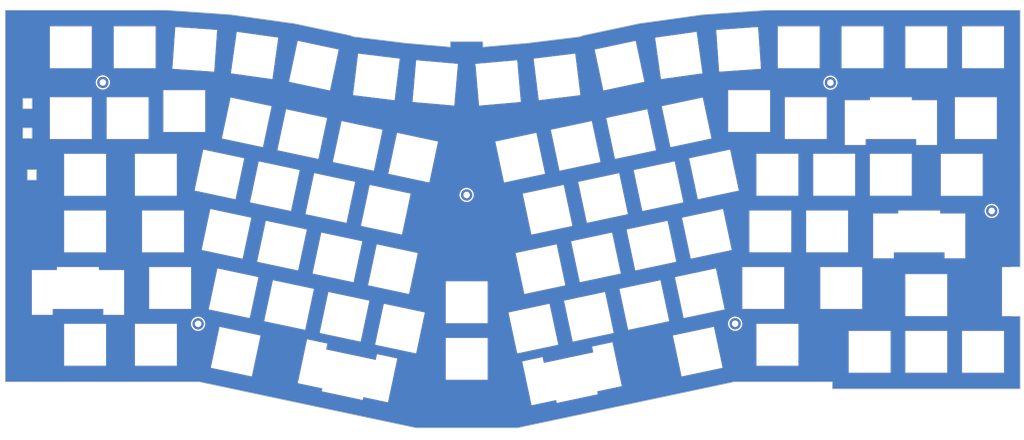
<source format=kicad_pcb>
(kicad_pcb (version 20221018) (generator pcbnew)
  (layers (0 "F.Cu" signal) (31 "B.Cu" signal) (34 "B.Paste" user) (35 "F.Paste" user) (36 "B.SilkS" user "B.Silkscreen") (37 "F.SilkS" user "F.Silkscreen") (38 "B.Mask" user) (39 "F.Mask" user) (44 "Edge.Cuts" user))
  (net 0 "")
  (net 1 "+3V3")
  (net 2 "GND")
  (footprint "Keyboard:MountingHole_2.2mm_M2_Pad" (layer "F.Cu") (at 470.866285 186.384803)
    (fp_text reference "MountTopMiddle6")
    (fp_text value "MountingHole")
    (pad "1" thru_hole circle (at 0 0) (size 3.8 3.8) (drill 2.2) (layers "*.Cu" "*.Mask"))
  )
  (footprint "Keyboard:MountingHole_2.2mm_M2_Pad" (layer "F.Cu") (at 384.676285 224.324803)
    (fp_text reference "MountTopMiddle4")
    (fp_text value "MountingHole")
    (pad "1" thru_hole circle (at 0 0) (size 3.8 3.8) (drill 2.2) (layers "*.Cu" "*.Mask"))
  )
  (footprint "Keyboard:MountingHole_2.2mm_M2_Pad" (layer "F.Cu") (at 172.256285 143.174803)
    (fp_text reference "MountTopMiddle1")
    (fp_text value "MountingHole")
    (pad "1" thru_hole circle (at 0 0) (size 3.8 3.8) (drill 2.2) (layers "*.Cu" "*.Mask"))
  )
  (footprint "Keyboard:MountingHole_2.2mm_M2_Pad" (layer "F.Cu") (at 294.475 181.015)
    (fp_text reference "MountTopMiddle3" hide)
    (fp_text value "MountingHole")
    (pad "1" thru_hole circle (at 0 0) (size 3.8 3.8) (drill 2.2) (layers "*.Cu" "*.Mask"))
  )
  (footprint "Keyboard:MountingHole_2.2mm_M2_Pad" (layer "F.Cu") (at 416.676285 143.254803)
    (fp_text reference "MountTopMiddle5")
    (fp_text value "MountingHole")
    (pad "1" thru_hole circle (at 0 0) (size 3.8 3.8) (drill 2.2) (layers "*.Cu" "*.Mask"))
  )
  (footprint "Keyboard:MountingHole_2.2mm_M2_Pad" (layer "F.Cu") (at 204.266285 224.354803)
    (fp_text reference "MountTopMiddle2")
    (fp_text value "MountingHole")
    (pad "1" thru_hole circle (at 0 0) (size 3.8 3.8) (drill 2.2) (layers "*.Cu" "*.Mask"))
  )
  (gr_line (start 455.939785 124.314803) (end 455.939785 138.414803) (stroke (width 0.05)) (layer "Edge.Cuts"))
  (gr_line (start 275.682549 180.569324) (end 272.750994 194.361205) (stroke (width 0.05)) (layer "Edge.Cuts"))
  (gr_line (start 263.721613 231.393151) (end 266.653168 217.601269) (stroke (width 0.05)) (layer "Edge.Cuts"))
  (gr_line (start 254.117194 190.400505) (end 240.325313 187.468951) (stroke (width 0.05)) (layer "Edge.Cuts"))
  (gr_line (start 417.319751 243.907303) (end 417.319751 246.288553) (stroke (width 0.25)) (layer "Edge.Cuts"))
  (gr_line (start 367.367706 222.444567) (end 364.436151 208.652686) (stroke (width 0.05)) (layer "Edge.Cuts"))
  (gr_line (start 203.057913 179.547451) (end 205.989468 165.755569) (stroke (width 0.05)) (layer "Edge.Cuts"))
  (gr_line (start 280.445049 220.532824) (end 277.513494 234.324705) (stroke (width 0.05)) (layer "Edge.Cuts"))
  (gr_line (start 281.944394 176.839705) (end 268.152513 173.908151) (stroke (width 0.05)) (layer "Edge.Cuts"))
  (gr_line (start 369.198651 168.689286) (end 382.990533 165.757731) (stroke (width 0.05)) (layer "Edge.Cuts"))
  (gr_line (start 145.43 158.545) (end 148.43 158.545) (stroke (width 0.25)) (layer "Edge.Cuts"))
  (gr_line (start 319.984414 235.537265) (end 313.137381 236.992647) (stroke (width 0.05)) (layer "Edge.Cuts"))
  (gr_line (start 358.094887 165.988812) (end 344.303006 168.920367) (stroke (width 0.05)) (layer "Edge.Cuts"))
  (gr_line (start 264.271868 197.619469) (end 278.063749 200.551024) (stroke (width 0.05)) (layer "Edge.Cuts"))
  (gr_line (start 148.43 158.545) (end 148.43 161.935) (stroke (width 0.25)) (layer "Edge.Cuts"))
  (gr_line (start 190.002585 124.314803) (end 190.002585 138.414803) (stroke (width 0.05)) (layer "Edge.Cuts"))
  (gr_line (start 373.797033 148.236231) (end 376.728587 162.028112) (stroke (width 0.05)) (layer "Edge.Cuts"))
  (gr_line (start 327.089433 177.639831) (end 330.020987 191.431712) (stroke (width 0.05)) (layer "Edge.Cuts"))
  (gr_line (start 420.408485 124.314803) (end 434.508485 124.314803) (stroke (width 0.05)) (layer "Edge.Cuts"))
  (gr_line (start 278.063749 200.551024) (end 275.132194 214.342905) (stroke (width 0.05)) (layer "Edge.Cuts"))
  (gr_line (start 183.046285 167.177303) (end 197.146285 167.177303) (stroke (width 0.05)) (layer "Edge.Cuts"))
  (gr_line (start 415.458485 148.127303) (end 415.458485 162.227303) (stroke (width 0.05)) (layer "Edge.Cuts"))
  (gr_line (start 197.155085 238.437303) (end 183.055085 238.437303) (stroke (width 0.05)) (layer "Edge.Cuts"))
  (gr_line (start 199.527585 186.227303) (end 199.527585 200.327303) (stroke (width 0.05)) (layer "Edge.Cuts"))
  (gr_line (start 146.95 172.545) (end 149.95 172.545) (stroke (width 0.25)) (layer "Edge.Cuts"))
  (gr_line (start 256.498494 210.382205) (end 242.706613 207.450651) (stroke (width 0.05)) (layer "Edge.Cuts"))
  (gr_line (start 201.908785 219.377303) (end 187.808785 219.377303) (stroke (width 0.05)) (layer "Edge.Cuts"))
  (gr_line (start 190.002585 138.414803) (end 175.902585 138.414803) (stroke (width 0.05)) (layer "Edge.Cuts"))
  (gr_line (start 455.939785 221.758503) (end 441.839785 221.758503) (stroke (width 0.05)) (layer "Edge.Cuts"))
  (gr_line (start 272.004857 135.172867) (end 270.2865 149.167768) (stroke (width 0.05)) (layer "Edge.Cuts"))
  (gr_line (start 444.033485 167.177303) (end 444.033485 181.277303) (stroke (width 0.05)) (layer "Edge.Cuts"))
  (gr_line (start 145.45 148.57) (end 148.45 148.57) (stroke (width 0.25)) (layer "Edge.Cuts"))
  (gr_line (start 313.137381 236.992647) (end 316.276848 251.762676) (stroke (width 0.05)) (layer "Edge.Cuts"))
  (gr_line (start 277.513494 234.324705) (end 263.721613 231.393151) (stroke (width 0.05)) (layer "Edge.Cuts"))
  (gr_line (start 261.811249 216.572124) (end 258.879694 230.364005) (stroke (width 0.05)) (layer "Edge.Cuts"))
  (gr_line (start 211.456161 225.35456) (end 225.248043 228.286115) (stroke (width 0.05)) (layer "Edge.Cuts"))
  (gr_line (start 467.853485 167.187303) (end 467.853485 181.287303) (stroke (width 0.05)) (layer "Edge.Cuts"))
  (gr_line (start 444.033485 181.277303) (end 429.933485 181.277303) (stroke (width 0.05)) (layer "Edge.Cuts"))
  (gr_line (start 222.162649 188.668924) (end 219.231094 202.460805) (stroke (width 0.05)) (layer "Edge.Cuts"))
  (gr_line (start 438.013535 202.332303) (end 431.013535 202.332303) (stroke (width 0.05)) (layer "Edge.Cuts"))
  (gr_line (start 268.054602 250.77247) (end 259.789255 249.015616) (stroke (width 0.05)) (layer "Edge.Cuts"))
  (gr_line (start 270.2865 149.167768) (end 256.291599 147.44941) (stroke (width 0.05)) (layer "Edge.Cuts"))
  (gr_line (start 441.839785 221.758503) (end 441.839785 207.658503) (stroke (width 0.05)) (layer "Edge.Cuts"))
  (gr_line (start 206.671285 145.746003) (end 206.671285 159.846003) (stroke (width 0.05)) (layer "Edge.Cuts"))
  (gr_line (start 284.875949 163.047824) (end 281.944394 176.839705) (stroke (width 0.05)) (layer "Edge.Cuts"))
  (gr_line (start 351.266033 129.172831) (end 354.197587 142.964712) (stroke (width 0.05)) (layer "Edge.Cuts"))
  (gr_line (start 441.839785 240.808503) (end 441.839785 226.708503) (stroke (width 0.05)) (layer "Edge.Cuts"))
  (gr_line (start 444.038485 148.132303) (end 444.038485 149.132303) (stroke (width 0.05)) (layer "Edge.Cuts"))
  (gr_line (start 327.639687 211.413512) (end 313.847806 214.345067) (stroke (width 0.05)) (layer "Edge.Cuts"))
  (gr_line (start 420.408485 138.414803) (end 420.408485 124.314803) (stroke (width 0.05)) (layer "Edge.Cuts"))
  (gr_line (start 429.938485 148.132303) (end 444.038485 148.132303) (stroke (width 0.05)) (layer "Edge.Cuts"))
  (gr_line (start 474.319751 221.772928) (end 477.469751 221.772928) (stroke (width 0.05)) (layer "Edge.Cuts"))
  (gr_line (start 380.472539 239.144885) (end 366.680658 242.076439) (stroke (width 0.05)) (layer "Edge.Cuts"))
  (gr_line (start 343.892187 227.434512) (end 330.100306 230.366067) (stroke (width 0.05)) (layer "Edge.Cuts"))
  (gr_line (start 319.984414 235.537265) (end 320.400238 237.49356) (stroke (width 0.05)) (layer "Edge.Cuts"))
  (gr_line (start 275.132194 214.342905) (end 261.340313 211.411351) (stroke (width 0.05)) (layer "Edge.Cuts"))
  (gr_line (start 148.45 148.57) (end 148.45 151.96) (stroke (width 0.25)) (layer "Edge.Cuts"))
  (gr_line (start 415.458485 162.227303) (end 401.358485 162.227303) (stroke (width 0.05)) (layer "Edge.Cuts"))
  (gr_line (start 148.45 151.96) (end 145.45 151.96) (stroke (width 0.25)) (layer "Edge.Cuts"))
  (gr_line (start 455.939785 240.808503) (end 441.839785 240.808503) (stroke (width 0.05)) (layer "Edge.Cuts"))
  (gr_line (start 266.242249 159.087124) (end 263.310694 172.879005) (stroke (width 0.05)) (layer "Edge.Cuts"))
  (gr_line (start 139.476285 243.907303) (end 204.613333 243.907303) (stroke (width 0.25)) (layer "Edge.Cuts"))
  (gr_line (start 337.474151 132.104386) (end 351.266033 129.172831) (stroke (width 0.05)) (layer "Edge.Cuts"))
  (gr_line (start 149.95 172.545) (end 149.95 175.935) (stroke (width 0.25)) (layer "Edge.Cuts"))
  (gr_line (start 413.270985 219.387303) (end 413.270985 205.287303) (stroke (width 0.05)) (layer "Edge.Cuts"))
  (gr_line (start 224.543849 208.650624) (end 221.612294 222.442505) (stroke (width 0.05)) (layer "Edge.Cuts"))
  (gr_line (start 446.513535 200.332303) (end 438.013535 200.332303) (stroke (width 0.05)) (layer "Edge.Cuts"))
  (gr_line (start 474.989785 226.708503) (end 474.989785 240.808503) (stroke (width 0.05)) (layer "Edge.Cuts"))
  (gr_line (start 439.463535 186.232303) (end 439.463535 187.232303) (stroke (width 0.05)) (layer "Edge.Cuts"))
  (gr_line (start 258.879694 230.364005) (end 245.087813 227.432451) (stroke (width 0.05)) (layer "Edge.Cuts"))
  (gr_line (start 373.529254 120.374991) (end 354.58916 123.036847) (stroke (width 0.25)) (layer "Edge.Cuts"))
  (gr_line (start 366.817351 188.670986) (end 380.609233 185.739431) (stroke (width 0.05)) (layer "Edge.Cuts"))
  (gr_line (start 343.459957 230.547384) (end 346.599423 245.317413) (stroke (width 0.05)) (layer "Edge.Cuts"))
  (gr_line (start 261.340313 211.411351) (end 264.271868 197.619469) (stroke (width 0.05)) (layer "Edge.Cuts"))
  (gr_line (start 298.649657 150.975474) (end 297.420761 136.929129) (stroke (width 0.05)) (layer "Edge.Cuts"))
  (gr_line (start 255.616957 234.736105) (end 263.931212 236.503355) (stroke (width 0.05)) (layer "Edge.Cuts"))
  (gr_line (start 333.729291 127.308199) (end 332.439451 127.764227) (stroke (width 0.25)) (layer "Edge.Cuts"))
  (gr_line (start 264.347035 234.547059) (end 271.194068 236.002441) (stroke (width 0.05)) (layer "Edge.Cuts"))
  (gr_line (start 322.326933 217.603331) (end 325.258487 231.395212) (stroke (width 0.05)) (layer "Edge.Cuts"))
  (gr_line (start 192.571285 159.846003) (end 192.571285 145.746003) (stroke (width 0.05)) (layer "Edge.Cuts"))
  (gr_line (start 393.360286 138.593875) (end 379.294633 139.577441) (stroke (width 0.05)) (layer "Edge.Cuts"))
  (gr_line (start 436.988485 162.232303) (end 445.488485 162.232303) (stroke (width 0.05)) (layer "Edge.Cuts"))
  (gr_line (start 384.376454 243.907303) (end 417.319751 243.907303) (stroke (width 0.25)) (layer "Edge.Cuts"))
  (gr_line (start 256.291599 147.44941) (end 258.009957 133.454509) (stroke (width 0.05)) (layer "Edge.Cuts"))
  (gr_line (start 216.849794 182.479005) (end 203.057913 179.547451) (stroke (width 0.05)) (layer "Edge.Cuts"))
  (gr_line (start 343.341833 193.660831) (end 346.273387 207.452712) (stroke (width 0.05)) (layer "Edge.Cuts"))
  (gr_line (start 474.989785 240.808503) (end 460.889785 240.808503) (stroke (width 0.05)) (layer "Edge.Cuts"))
  (gr_line (start 274.950872 130.023528) (end 256.550336 127.764227) (stroke (width 0.25)) (layer "Edge.Cuts"))
  (gr_line (start 173.342585 224.337303) (end 173.342585 238.437303) (stroke (width 0.05)) (layer "Edge.Cuts"))
  (gr_line (start 328.714492 235.726311) (end 320.400238 237.49356) (stroke (width 0.05)) (layer "Edge.Cuts"))
  (gr_line (start 405.942285 224.337303) (end 405.942285 238.437303) (stroke (width 0.05)) (layer "Edge.Cuts"))
  (gr_line (start 194.454149 118.893864) (end 192.520589 118.844803) (stroke (width 0.25)) (layer "Edge.Cuts"))
  (gr_line (start 183.055085 224.337303) (end 197.155085 224.337303) (stroke (width 0.05)) (layer "Edge.Cuts"))
  (gr_line (start 413.077285 124.314803) (end 413.077285 138.414803) (stroke (width 0.05)) (layer "Edge.Cuts"))
  (gr_line (start 175.902585 138.414803) (end 175.902585 124.314803) (stroke (width 0.05)) (layer "Edge.Cuts"))
  (gr_line (start 436.889785 226.708503) (end 436.889785 240.808503) (stroke (width 0.05)) (layer "Edge.Cuts"))
  (gr_line (start 396.408485 145.746003) (end 396.408485 159.846003) (stroke (width 0.05)) (layer "Edge.Cuts"))
  (gr_line (start 197.155085 224.337303) (end 197.155085 238.437303) (stroke (width 0.05)) (layer "Edge.Cuts"))
  (gr_line (start 192.571285 145.746003) (end 206.671285 145.746003) (stroke (width 0.05)) (layer "Edge.Cuts"))
  (gr_line (start 401.170985 205.277303) (end 401.170985 219.377303) (stroke (width 0.05)) (layer "Edge.Cuts"))
  (gr_line (start 217.23959 126.148823) (end 231.202369 128.111163) (stroke (width 0.05)) (layer "Edge.Cuts"))
  (gr_line (start 382.308485 145.746003) (end 396.408485 145.746003) (stroke (width 0.05)) (layer "Edge.Cuts"))
  (gr_line (start 256.550336 127.764227) (end 255.260495 127.308199) (stroke (width 0.25)) (layer "Edge.Cuts"))
  (gr_line (start 392.37672 124.528221) (end 393.360286 138.593875) (stroke (width 0.05)) (layer "Edge.Cuts"))
  (gr_line (start 206.671285 159.846003) (end 192.571285 159.846003) (stroke (width 0.05)) (layer "Edge.Cuts"))
  (gr_line (start 389.452285 200.327303) (end 389.452285 186.227303) (stroke (width 0.05)) (layer "Edge.Cuts"))
  (gr_line (start 332.481506 210.384267) (end 329.549951 196.592386) (stroke (width 0.05)) (layer "Edge.Cuts"))
  (gr_line (start 401.358485 162.227303) (end 401.358485 148.127303) (stroke (width 0.05)) (layer "Edge.Cuts"))
  (gr_line (start 290.33016 150.97462) (end 276.283815 149.745724) (stroke (width 0.05)) (layer "Edge.Cuts"))
  (gr_line (start 431.013535 202.332303) (end 431.013535 187.232303) (stroke (width 0.05)) (layer "Edge.Cuts"))
  (gr_line (start 474.989785 138.414803) (end 460.889785 138.414803) (stroke (width 0.05)) (layer "Edge.Cuts"))
  (gr_line (start 173.341285 167.187303) (end 173.341285 181.287303) (stroke (width 0.05)) (layer "Edge.Cuts"))
  (gr_line (start 408.502285 186.227303) (end 422.602285 186.227303) (stroke (width 0.05)) (layer "Edge.Cuts"))
  (gr_line (start 352.675743 123.281006) (end 333.729291 127.308199) (stroke (width 0.25)) (layer "Edge.Cuts"))
  (gr_line (start 247.718526 231.012561) (end 247.302703 232.968856) (stroke (width 0.05)) (layer "Edge.Cuts"))
  (gr_line (start 458.508485 162.227303) (end 458.508485 148.127303) (stroke (width 0.05)) (layer "Edge.Cuts"))
  (gr_line (start 172.407535 221.382303) (end 172.407535 219.382303) (stroke (width 0.05)) (layer "Edge.Cuts"))
  (gr_line (start 336.612923 232.002766) (end 343.459957 230.547384) (stroke (width 0.05)) (layer "Edge.Cuts"))
  (gr_line (start 367.288387 183.510312) (end 353.496506 186.441867) (stroke (width 0.05)) (layer "Edge.Cuts"))
  (gr_line (start 474.319751 221.772928) (end 474.319751 205.272928) (stroke (width 0.05)) (layer "Edge.Cuts"))
  (gr_line (start 139.476285 118.844803) (end 139.476285 243.907303) (stroke (width 0.25)) (layer "Edge.Cuts"))
  (gr_line (start 382.308485 159.846003) (end 382.308485 145.746003) (stroke (width 0.05)) (layer "Edge.Cuts"))
  (gr_line (start 234.782413 142.962651) (end 237.713968 129.170769) (stroke (width 0.05)) (layer "Edge.Cuts"))
  (gr_line (start 328.714492 235.726311) (end 337.028747 233.959062) (stroke (width 0.05)) (layer "Edge.Cuts"))
  (gr_line (start 159.240085 200.337303) (end 159.240085 186.237303) (stroke (width 0.05)) (layer "Edge.Cuts"))
  (gr_line (start 334.862806 190.402567) (end 331.931251 176.610686) (stroke (width 0.05)) (layer "Edge.Cuts"))
  (gr_line (start 187.621285 162.227303) (end 173.521285 162.227303) (stroke (width 0.05)) (layer "Edge.Cuts"))
  (gr_line (start 243.177549 212.611324) (end 240.245994 226.403205) (stroke (width 0.05)) (layer "Edge.Cuts"))
  (gr_line (start 351.115206 206.423567) (end 348.183651 192.631686) (stroke (width 0.05)) (layer "Edge.Cuts"))
  (gr_line (start 436.988485 162.232303) (end 428.488485 162.232303) (stroke (width 0.05)) (layer "Edge.Cuts"))
  (gr_line (start 287.439885 224.139803) (end 287.439885 210.039803) (stroke (width 0.05)) (layer "Edge.Cuts"))
  (gr_line (start 428.488485 164.232303) (end 421.488485 164.232303) (stroke (width 0.05)) (layer "Edge.Cuts"))
  (gr_line (start 322.737751 159.089186) (end 336.529633 156.157631) (stroke (width 0.05)) (layer "Edge.Cuts"))
  (gr_line (start 247.608549 155.126424) (end 244.676994 168.918305) (stroke (width 0.05)) (layer "Edge.Cuts"))
  (gr_line (start 219.781349 168.687124) (end 216.849794 182.479005) (stroke (width 0.05)) (layer "Edge.Cuts"))
  (gr_line (start 324.708133 197.621631) (end 327.639687 211.413512) (stroke (width 0.05)) (layer "Edge.Cuts"))
  (gr_line (start 154.471285 138.414803) (end 154.471285 124.314803) (stroke (width 0.05)) (layer "Edge.Cuts"))
  (gr_line (start 379.294633 139.577441) (end 378.311067 125.511788) (stroke (width 0.05)) (layer "Edge.Cuts"))
  (gr_line (start 213.533697 120.228036) (end 194.454149 118.893864) (stroke (width 0.25)) (layer "Edge.Cuts"))
  (gr_line (start 201.908785 205.277303) (end 201.908785 219.377303) (stroke (width 0.05)) (layer "Edge.Cuts"))
  (gr_line (start 226.043294 164.957605) (end 212.251413 162.026051) (stroke (width 0.05)) (layer "Edge.Cuts"))
  (gr_line (start 287.439885 210.039803) (end 301.539885 210.039803) (stroke (width 0.05)) (layer "Edge.Cuts"))
  (gr_line (start 163.907535 219.382303) (end 172.407535 219.382303) (stroke (width 0.05)) (layer "Edge.Cuts"))
  (gr_line (start 301.539885 243.189803) (end 287.439885 243.189803) (stroke (width 0.05)) (layer "Edge.Cuts"))
  (gr_line (start 261.890668 177.637769) (end 275.682549 180.569324) (stroke (width 0.05)) (layer "Edge.Cuts"))
  (gr_line (start 301.539885 224.139803) (end 287.439885 224.139803) (stroke (width 0.05)) (layer "Edge.Cuts"))
  (gr_line (start 422.602285 186.227303) (end 422.602285 200.327303) (stroke (width 0.05)) (layer "Edge.Cuts"))
  (gr_line (start 396.408485 159.846003) (end 382.308485 159.846003) (stroke (width 0.05)) (layer "Edge.Cuts"))
  (gr_line (start 353.496506 186.441867) (end 350.564951 172.649986) (stroke (width 0.05)) (layer "Edge.Cuts"))
  (gr_line (start 391.842285 224.337303) (end 405.942285 224.337303) (stroke (width 0.05)) (layer "Edge.Cuts"))
  (gr_line (start 228.974849 151.165724) (end 226.043294 164.957605) (stroke (width 0.05)) (layer "Edge.Cuts"))
  (gr_line (start 398.977285 124.314803) (end 413.077285 124.314803) (stroke (width 0.05)) (layer "Edge.Cuts"))
  (gr_line (start 460.889785 240.808503) (end 460.889785 226.708503) (stroke (width 0.05)) (layer "Edge.Cuts"))
  (gr_line (start 224.623168 169.716369) (end 238.415049 172.647924) (stroke (width 0.05)) (layer "Edge.Cuts"))
  (gr_line (start 291.559056 136.928275) (end 290.33016 150.97462) (stroke (width 0.05)) (layer "Edge.Cuts"))
  (gr_line (start 187.808785 205.277303) (end 201.908785 205.277303) (stroke (width 0.05)) (layer "Edge.Cuts"))
  (gr_line (start 301.539885 210.039803) (end 301.539885 224.139803) (stroke (width 0.05)) (layer "Edge.Cuts"))
  (gr_line (start 376.728587 162.028112) (end 362.936706 164.959667) (stroke (width 0.05)) (layer "Edge.Cuts"))
  (gr_line (start 207.820413 219.510951) (end 210.751968 205.719069) (stroke (width 0.05)) (layer "Edge.Cuts"))
  (gr_line (start 422.602285 200.327303) (end 408.502285 200.327303) (stroke (width 0.05)) (layer "Edge.Cuts"))
  (gr_line (start 375.456089 120.228036) (end 373.529254 120.374991) (stroke (width 0.25)) (layer "Edge.Cuts"))
  (gr_line (start 421.488485 149.132303) (end 429.938485 149.132303) (stroke (width 0.05)) (layer "Edge.Cuts"))
  (gr_line (start 441.839785 138.414803) (end 441.839785 124.314803) (stroke (width 0.05)) (layer "Edge.Cuts"))
  (gr_line (start 431.013535 187.232303) (end 439.463535 187.232303) (stroke (width 0.05)) (layer "Edge.Cuts"))
  (gr_line (start 240.796349 192.629624) (end 237.864794 206.421505) (stroke (width 0.05)) (layer "Edge.Cuts"))
  (gr_line (start 205.989468 165.755569) (end 219.781349 168.687124) (stroke (width 0.05)) (layer "Edge.Cuts"))
  (gr_line (start 249.518813 169.947451) (end 252.450368 156.155569) (stroke (width 0.05)) (layer "Edge.Cuts"))
  (gr_line (start 410.883485 167.177303) (end 424.983485 167.177303) (stroke (width 0.05)) (layer "Edge.Cuts"))
  (gr_line (start 320.827487 173.910312) (end 307.035606 176.841867) (stroke (width 0.05)) (layer "Edge.Cuts"))
  (gr_line (start 212.251413 162.026051) (end 215.182968 148.234169) (stroke (width 0.05)) (layer "Edge.Cuts"))
  (gr_line (start 258.009957 133.454509) (end 272.004857 135.172867) (stroke (width 0.05)) (layer "Edge.Cuts"))
  (gr_line (start 427.370985 205.287303) (end 427.370985 219.387303) (stroke (width 0.05)) (layer "Edge.Cuts"))
  (gr_line (start 408.502285 200.327303) (end 408.502285 186.227303) (stroke (width 0.05)) (layer "Edge.Cuts"))
  (gr_line (start 263.310694 172.879005) (end 249.518813 169.947451) (stroke (width 0.05)) (layer "Edge.Cuts"))
  (gr_line (start 445.488485 164.232303) (end 452.488485 164.232303) (stroke (width 0.05)) (layer "Edge.Cuts"))
  (gr_line (start 226.454113 223.471651) (end 229.385668 209.679769) (stroke (width 0.05)) (layer "Edge.Cuts"))
  (gr_line (start 197.146285 181.277303) (end 183.046285 181.277303) (stroke (width 0.05)) (layer "Edge.Cuts"))
  (gr_line (start 444.038485 149.132303) (end 452.488485 149.132303) (stroke (width 0.05)) (layer "Edge.Cuts"))
  (gr_line (start 373.702625 140.112947) (end 359.739845 142.075287) (stroke (width 0.05)) (layer "Edge.Cuts"))
  (gr_line (start 205.439213 199.529251) (end 208.370768 185.737369) (stroke (width 0.05)) (layer "Edge.Cuts"))
  (gr_line (start 156.857535 205.282303) (end 156.857535 206.282303) (stroke (width 0.05)) (layer "Edge.Cuts"))
  (gr_line (start 363.749103 228.284558) (end 377.540985 225.353003) (stroke (width 0.05)) (layer "Edge.Cuts"))
  (gr_line (start 159.241285 167.187303) (end 173.341285 167.187303) (stroke (width 0.05)) (layer "Edge.Cuts"))
  (gr_line (start 240.871493 229.557179) (end 237.732026 244.327208) (stroke (width 0.05)) (layer "Edge.Cuts"))
  (gr_line (start 229.240029 142.073943) (end 215.277249 140.111602) (stroke (width 0.05)) (layer "Edge.Cuts"))
  (gr_line (start 275.398367 130.023528) (end 274.950872 130.023528) (stroke (width 0.25)) (layer "Edge.Cuts"))
  (gr_line (start 263.931212 236.503355) (end 264.347035 234.547059) (stroke (width 0.05)) (layer "Edge.Cuts"))
  (gr_line (start 387.070985 205.277303) (end 401.170985 205.277303) (stroke (width 0.05)) (layer "Edge.Cuts"))
  (gr_line (start 238.415049 172.647924) (end 235.483494 186.439805) (stroke (width 0.05)) (layer "Edge.Cuts"))
  (gr_line (start 337.028747 233.959062) (end 336.612923 232.002766) (stroke (width 0.05)) (layer "Edge.Cuts"))
  (gr_line (start 472.608485 162.227303) (end 458.508485 162.227303) (stroke (width 0.05)) (layer "Edge.Cuts"))
  (gr_line (start 159.242585 224.337303) (end 173.342585 224.337303) (stroke (width 0.05)) (layer "Edge.Cuts"))
  (gr_line (start 288.994893 131.214803) (end 275.398367 130.023528) (stroke (width 0.25)) (layer "Edge.Cuts"))
  (gr_line (start 413.270985 205.287303) (end 427.370985 205.287303) (stroke (width 0.05)) (layer "Edge.Cuts"))
  (gr_line (start 277.476816 259.394914) (end 311.512971 259.394914) (stroke (width 0.25)) (layer "Edge.Cuts"))
  (gr_line (start 413.077285 138.414803) (end 398.977285 138.414803) (stroke (width 0.05)) (layer "Edge.Cuts"))
  (gr_line (start 233.816668 152.194869) (end 247.608549 155.126424) (stroke (width 0.05)) (layer "Edge.Cuts"))
  (gr_line (start 325.669306 172.881067) (end 322.737751 159.089186) (stroke (width 0.05)) (layer "Edge.Cuts"))
  (gr_line (start 474.989785 124.314803) (end 474.989785 138.414803) (stroke (width 0.05)) (layer "Edge.Cuts"))
  (gr_line (start 332.68825 147.450618) (end 318.693349 149.168975) (stroke (width 0.05)) (layer "Edge.Cuts"))
  (gr_line (start 148.407535 206.282303) (end 156.857535 206.282303) (stroke (width 0.05)) (layer "Edge.Cuts"))
  (gr_line (start 338.541988 248.052415) (end 338.334076 247.074267) (stroke (width 0.05)) (layer "Edge.Cuts"))
  (gr_line (start 455.013535 202.332303) (end 462.013535 202.332303) (stroke (width 0.05)) (layer "Edge.Cuts"))
  (gr_line (start 313.847806 214.345067) (end 310.916251 200.553186) (stroke (width 0.05)) (layer "Edge.Cuts"))
  (gr_line (start 346.599423 245.317413) (end 338.334076 247.074267) (stroke (width 0.05)) (layer "Edge.Cuts"))
  (gr_line (start 383.540787 199.531312) (end 369.748906 202.462867) (stroke (width 0.05)) (layer "Edge.Cuts"))
  (gr_line (start 330.020987 191.431712) (end 316.229106 194.363267) (stroke (width 0.05)) (layer "Edge.Cuts"))
  (gr_line (start 382.990533 165.757731) (end 385.922087 179.549612) (stroke (width 0.05)) (layer "Edge.Cuts"))
  (gr_line (start 168.571285 138.414803) (end 154.471285 138.414803) (stroke (width 0.05)) (layer "Edge.Cuts"))
  (gr_line (start 170.957535 206.282303) (end 179.407535 206.282303) (stroke (width 0.05)) (layer "Edge.Cuts"))
  (gr_line (start 234.400626 123.036847) (end 215.460533 120.374991) (stroke (width 0.25)) (layer "Edge.Cuts"))
  (gr_line (start 428.488485 162.232303) (end 428.488485 164.232303) (stroke (width 0.05)) (layer "Edge.Cuts"))
  (gr_line (start 324.542195 250.005822) (end 316.276848 251.762676) (stroke (width 0.05)) (layer "Edge.Cuts"))
  (gr_line (start 243.256868 173.677069) (end 257.048749 176.608624) (stroke (width 0.05)) (layer "Edge.Cuts"))
  (gr_line (start 362.936706 164.959667) (end 360.005151 151.167786) (stroke (width 0.05)) (layer "Edge.Cuts"))
  (gr_line (start 210.668723 125.511051) (end 209.685157 139.576704) (stroke (width 0.05)) (layer "Edge.Cuts"))
  (gr_line (start 410.883485 181.277303) (end 410.883485 167.177303) (stroke (width 0.05)) (layer "Edge.Cuts"))
  (gr_line (start 438.013535 200.332303) (end 438.013535 202.332303) (stroke (width 0.05)) (layer "Edge.Cuts"))
  (gr_line (start 355.163333 152.196931) (end 358.094887 165.988812) (stroke (width 0.05)) (layer "Edge.Cuts"))
  (gr_line (start 340.405706 145.896267) (end 337.474151 132.104386) (stroke (width 0.05)) (layer "Edge.Cuts"))
  (gr_line (start 377.540985 225.353003) (end 380.472539 239.144885) (stroke (width 0.05)) (layer "Edge.Cuts"))
  (gr_line (start 480.469751 118.844803) (end 396.469197 118.844803) (stroke (width 0.25)) (layer "Edge.Cuts"))
  (gr_line (start 271.084068 160.116269) (end 284.875949 163.047824) (stroke (width 0.05)) (layer "Edge.Cuts"))
  (gr_line (start 467.853485 181.287303) (end 453.753485 181.287303) (stroke (width 0.05)) (layer "Edge.Cuts"))
  (gr_line (start 314.038914 130.023528) (end 313.591419 130.023528) (stroke (width 0.25)) (layer "Edge.Cuts"))
  (gr_line (start 172.407535 221.382303) (end 179.407535 221.382303) (stroke (width 0.05)) (layer "Edge.Cuts"))
  (gr_line (start 221.612294 222.442505) (end 207.820413 219.510951) (stroke (width 0.05)) (layer "Edge.Cuts"))
  (gr_line (start 163.907535 219.382303) (end 155.407535 219.382303) (stroke (width 0.05)) (layer "Edge.Cuts"))
  (gr_line (start 480.469751 246.288553) (end 480.469751 221.772928) (stroke (width 0.25)) (layer "Edge.Cuts"))
  (gr_line (start 453.753485 167.187303) (end 467.853485 167.187303) (stroke (width 0.05)) (layer "Edge.Cuts"))
  (gr_line (start 472.608485 148.127303) (end 472.608485 162.227303) (stroke (width 0.05)) (layer "Edge.Cuts"))
  (gr_line (start 344.303006 168.920367) (end 341.371451 155.128486) (stroke (width 0.05)) (layer "Edge.Cuts"))
  (gr_line (start 225.248043 228.286115) (end 222.316488 242.077996) (stroke (width 0.05)) (layer "Edge.Cuts"))
  (gr_line (start 287.439885 243.189803) (end 287.439885 229.089803) (stroke (width 0.05)) (layer "Edge.Cuts"))
  (gr_line (start 308.535051 220.534886) (end 322.326933 217.603331) (stroke (width 0.05)) (layer "Edge.Cuts"))
  (gr_line (start 215.460533 120.374991) (end 213.533697 120.228036) (stroke (width 0.25)) (layer "Edge.Cuts"))
  (gr_line (start 422.789785 240.808503) (end 422.789785 226.708503) (stroke (width 0.05)) (layer "Edge.Cuts"))
  (gr_line (start 313.297551 180.571386) (end 327.089433 177.639831) (stroke (width 0.05)) (layer "Edge.Cuts"))
  (gr_line (start 204.613333 243.907303) (end 277.476816 259.394914) (stroke (width 0.25)) (layer "Edge.Cuts"))
  (gr_line (start 378.311067 125.511788) (end 392.37672 124.528221) (stroke (width 0.05)) (layer "Edge.Cuts"))
  (gr_line (start 299.994893 129.479169) (end 299.994893 131.214803) (stroke (width 0.25)) (layer "Edge.Cuts"))
  (gr_line (start 452.488485 164.232303) (end 452.488485 149.132303) (stroke (width 0.05)) (layer "Edge.Cuts"))
  (gr_line (start 434.508485 124.314803) (end 434.508485 138.414803) (stroke (width 0.05)) (layer "Edge.Cuts"))
  (gr_line (start 245.087813 227.432451) (end 248.019368 213.640569) (stroke (width 0.05)) (layer "Edge.Cuts"))
  (gr_line (start 244.676994 168.918305) (end 230.885113 165.986751) (stroke (width 0.05)) (layer "Edge.Cuts"))
  (gr_line (start 215.182968 148.234169) (end 228.974849 151.165724) (stroke (width 0.05)) (layer "Edge.Cuts"))
  (gr_line (start 354.197587 142.964712) (end 340.405706 145.896267) (stroke (width 0.05)) (layer "Edge.Cuts"))
  (gr_line (start 288.994893 129.479169) (end 299.994893 129.479169) (stroke (width 0.05)) (layer "Edge.Cuts"))
  (gr_line (start 434.508485 138.414803) (end 420.408485 138.414803) (stroke (width 0.05)) (layer "Edge.Cuts"))
  (gr_line (start 145.45 151.96) (end 145.45 148.569999) (stroke (width 0.25)) (layer "Edge.Cuts"))
  (gr_line (start 148.407535 221.382303) (end 148.407535 206.282303) (stroke (width 0.05)) (layer "Edge.Cuts"))
  (gr_line (start 480.463217 205.272928) (end 480.469751 118.844803) (stroke (width 0.25)) (layer "Edge.Cuts"))
  (gr_line (start 159.240085 186.237303) (end 173.340085 186.237303) (stroke (width 0.05)) (layer "Edge.Cuts"))
  (gr_line (start 148.43 161.935) (end 145.43 161.935) (stroke (width 0.25)) (layer "Edge.Cuts"))
  (gr_line (start 474.319751 205.272928) (end 477.469751 205.272928) (stroke (width 0.05)) (layer "Edge.Cuts"))
  (gr_line (start 330.969892 133.455717) (end 332.68825 147.450618) (stroke (width 0.05)) (layer "Edge.Cuts"))
  (gr_line (start 235.483494 186.439805) (end 221.691613 183.508251) (stroke (width 0.05)) (layer "Edge.Cuts"))
  (gr_line (start 405.942285 238.437303) (end 391.842285 238.437303) (stroke (width 0.05)) (layer "Edge.Cuts"))
  (gr_line (start 185.427585 200.327303) (end 185.427585 186.227303) (stroke (width 0.05)) (layer "Edge.Cuts"))
  (gr_line (start 455.013535 202.332303) (end 455.013535 200.332303) (stroke (width 0.05)) (layer "Edge.Cuts"))
  (gr_line (start 338.541988 248.052415) (end 324.750106 250.983969) (stroke (width 0.05)) (layer "Edge.Cuts"))
  (gr_line (start 173.521285 148.127303) (end 187.621285 148.127303) (stroke (width 0.05)) (layer "Edge.Cuts"))
  (gr_line (start 149.95 175.935) (end 146.95 175.935) (stroke (width 0.25)) (layer "Edge.Cuts"))
  (gr_line (start 422.789785 226.708503) (end 436.889785 226.708503) (stroke (width 0.05)) (layer "Edge.Cuts"))
  (gr_line (start 173.340085 200.337303) (end 159.240085 200.337303) (stroke (width 0.05)) (layer "Edge.Cuts"))
  (gr_line (start 311.512971 259.394914) (end 384.376454 243.907303) (stroke (width 0.25)) (layer "Edge.Cuts"))
  (gr_line (start 159.241285 181.287303) (end 159.241285 167.187303) (stroke (width 0.05)) (layer "Edge.Cuts"))
  (gr_line (start 219.231094 202.460805) (end 205.439213 199.529251) (stroke (width 0.05)) (layer "Edge.Cuts"))
  (gr_line (start 401.170985 219.377303) (end 387.070985 219.377303) (stroke (width 0.05)) (layer "Edge.Cuts"))
  (gr_line (start 237.713968 129.170769) (end 251.505849 132.102324) (stroke (width 0.05)) (layer "Edge.Cuts"))
  (gr_line (start 462.013535 202.332303) (end 462.013535 187.232303) (stroke (width 0.05)) (layer "Edge.Cuts"))
  (gr_line (start 271.194068 236.002441) (end 268.054602 250.77247) (stroke (width 0.05)) (layer "Edge.Cuts"))
  (gr_line (start 403.552285 200.327303) (end 389.452285 200.327303) (stroke (width 0.05)) (layer "Edge.Cuts"))
  (gr_line (start 221.691613 183.508251) (end 224.623168 169.716369) (stroke (width 0.05)) (layer "Edge.Cuts"))
  (gr_line (start 185.427585 186.227303) (end 199.527585 186.227303) (stroke (width 0.05)) (layer "Edge.Cuts"))
  (gr_line (start 366.680658 242.076439) (end 363.749103 228.284558) (stroke (width 0.05)) (layer "Edge.Cuts"))
  (gr_line (start 455.939785 226.708503) (end 455.939785 240.808503) (stroke (width 0.05)) (layer "Edge.Cuts"))
  (gr_line (start 348.734006 226.405367) (end 345.802451 212.613486) (stroke (width 0.05)) (layer "Edge.Cuts"))
  (gr_line (start 252.450368 156.155569) (end 266.242249 159.087124) (stroke (width 0.05)) (layer "Edge.Cuts"))
  (gr_line (start 224.072913 203.489951) (end 227.004468 189.698069) (stroke (width 0.05)) (layer "Edge.Cuts"))
  (gr_line (start 332.439451 127.764227) (end 314.038914 130.023528) (stroke (width 0.25)) (layer "Edge.Cuts"))
  (gr_line (start 348.183651 192.631686) (end 361.975533 189.700131) (stroke (width 0.05)) (layer "Edge.Cuts"))
  (gr_line (start 381.159587 219.513012) (end 367.367706 222.444567) (stroke (width 0.05)) (layer "Edge.Cuts"))
  (gr_line (start 154.471285 148.127303) (end 168.571285 148.127303) (stroke (width 0.05)) (layer "Edge.Cuts"))
  (gr_line (start 429.933485 167.177303) (end 444.033485 167.177303) (stroke (width 0.05)) (layer "Edge.Cuts"))
  (gr_line (start 424.983485 181.277303) (end 410.883485 181.277303) (stroke (width 0.05)) (layer "Edge.Cuts"))
  (gr_line (start 272.750994 194.361205) (end 258.959113 191.429651) (stroke (width 0.05)) (layer "Edge.Cuts"))
  (gr_line (start 154.471285 162.227303) (end 154.471285 148.127303) (stroke (width 0.05)) (layer "Edge.Cuts"))
  (gr_line (start 311.467106 135.700233) (end 312.696002 149.746578) (stroke (width 0.05)) (layer "Edge.Cuts"))
  (gr_line (start 350.564951 172.649986) (end 364.356833 169.718431) (stroke (width 0.05)) (layer "Edge.Cuts"))
  (gr_line (start 405.933485 167.177303) (end 405.933485 181.277303) (stroke (width 0.05)) (layer "Edge.Cuts"))
  (gr_line (start 477.469751 205.272928) (end 480.469751 205.272928) (stroke (width 0.25)) (layer "Edge.Cuts"))
  (gr_line (start 230.885113 165.986751) (end 233.816668 152.194869) (stroke (width 0.05)) (layer "Edge.Cuts"))
  (gr_line (start 436.889785 240.808503) (end 422.789785 240.808503) (stroke (width 0.05)) (layer "Edge.Cuts"))
  (gr_line (start 361.975533 189.700131) (end 364.907087 203.492012) (stroke (width 0.05)) (layer "Edge.Cuts"))
  (gr_line (start 208.524607 239.146441) (end 211.456161 225.35456) (stroke (width 0.05)) (layer "Edge.Cuts"))
  (gr_line (start 325.258487 231.395212) (end 311.466606 234.326767) (stroke (width 0.05)) (layer "Edge.Cuts"))
  (gr_line (start 327.168751 216.574186) (end 340.960633 213.642631) (stroke (width 0.05)) (layer "Edge.Cuts"))
  (gr_line (start 401.358485 148.127303) (end 415.458485 148.127303) (stroke (width 0.05)) (layer "Edge.Cuts"))
  (gr_line (start 359.739845 142.075287) (end 357.777505 128.112508) (stroke (width 0.05)) (layer "Edge.Cuts"))
  (gr_line (start 209.685157 139.576704) (end 195.619503 138.593138) (stroke (width 0.05)) (layer "Edge.Cuts"))
  (gr_line (start 237.864794 206.421505) (end 224.072913 203.489951) (stroke (width 0.05)) (layer "Edge.Cuts"))
  (gr_line (start 208.370768 185.737369) (end 222.162649 188.668924) (stroke (width 0.05)) (layer "Edge.Cuts"))
  (gr_line (start 372.130206 182.481167) (end 369.198651 168.689286) (stroke (width 0.05)) (layer "Edge.Cuts"))
  (gr_line (start 346.273387 207.452712) (end 332.481506 210.384267) (stroke (width 0.05)) (layer "Edge.Cuts"))
  (gr_line (start 391.842285 238.437303) (end 391.842285 224.337303) (stroke (width 0.05)) (layer "Edge.Cuts"))
  (gr_line (start 460.889785 138.414803) (end 460.889785 124.314803) (stroke (width 0.05)) (layer "Edge.Cuts"))
  (gr_line (start 288.994893 129.479169) (end 288.994893 131.214803) (stroke (width 0.25)) (layer "Edge.Cuts"))
  (gr_line (start 348.654687 187.471012) (end 334.862806 190.402567) (stroke (width 0.05)) (layer "Edge.Cuts"))
  (gr_line (start 439.463535 186.232303) (end 453.563535 186.232303) (stroke (width 0.05)) (layer "Edge.Cuts"))
  (gr_line (start 364.907087 203.492012) (end 351.115206 206.423567) (stroke (width 0.05)) (layer "Edge.Cuts"))
  (gr_line (start 245.997374 246.084061) (end 237.732026 244.327208) (stroke (width 0.05)) (layer "Edge.Cuts"))
  (gr_line (start 424.983485 167.177303) (end 424.983485 181.277303) (stroke (width 0.05)) (layer "Edge.Cuts"))
  (gr_line (start 210.751968 205.719069) (end 224.543849 208.650624) (stroke (width 0.05)) (layer "Edge.Cuts"))
  (gr_line (start 155.407535 219.382303) (end 155.407535 221.382303) (stroke (width 0.05)) (layer "Edge.Cuts"))
  (gr_line (start 170.957535 205.282303) (end 170.957535 206.282303) (stroke (width 0.05)) (layer "Edge.Cuts"))
  (gr_line (start 187.808785 219.377303) (end 187.808785 205.277303) (stroke (width 0.05)) (layer "Edge.Cuts"))
  (gr_line (start 427.370985 219.387303) (end 413.270985 219.387303) (stroke (width 0.05)) (layer "Edge.Cuts"))
  (gr_line (start 340.960633 213.642631) (end 343.892187 227.434512) (stroke (width 0.05)) (layer "Edge.Cuts"))
  (gr_line (start 455.939785 138.414803) (end 441.839785 138.414803) (stroke (width 0.05)) (layer "Edge.Cuts"))
  (gr_line (start 398.977285 138.414803) (end 398.977285 124.314803) (stroke (width 0.05)) (layer "Edge.Cuts"))
  (gr_line (start 197.146285 167.177303) (end 197.146285 181.277303) (stroke (width 0.05)) (layer "Edge.Cuts"))
  (gr_line (start 156.857535 205.282303) (end 170.957535 205.282303) (stroke (width 0.05)) (layer "Edge.Cuts"))
  (gr_line (start 259.581343 249.993764) (end 259.789255 249.015616) (stroke (width 0.05)) (layer "Edge.Cuts"))
  (gr_line (start 196.60307 124.527485) (end 210.668723 125.511051) (stroke (width 0.05)) (layer "Edge.Cuts"))
  (gr_line (start 316.974991 135.174075) (end 330.969892 133.455717) (stroke (width 0.05)) (layer "Edge.Cuts"))
  (gr_line (start 276.283815 149.745724) (end 277.512711 135.699379) (stroke (width 0.05)) (layer "Edge.Cuts"))
  (gr_line (start 242.706613 207.450651) (end 245.638168 193.658769) (stroke (width 0.05)) (layer "Edge.Cuts"))
  (gr_line (start 396.469197 118.844803) (end 394.535637 118.893864) (stroke (width 0.25)) (layer "Edge.Cuts"))
  (gr_line (start 369.748906 202.462867) (end 366.817351 188.670986) (stroke (width 0.05)) (layer "Edge.Cuts"))
  (gr_line (start 453.563535 186.232303) (end 453.563535 187.232303) (stroke (width 0.05)) (layer "Edge.Cuts"))
  (gr_line (start 240.245994 226.403205) (end 226.454113 223.471651) (stroke (width 0.05)) (layer "Edge.Cuts"))
  (gr_line (start 364.356833 169.718431) (end 367.288387 183.510312) (stroke (width 0.05)) (layer "Edge.Cuts"))
  (gr_line (start 173.341285 181.287303) (end 159.241285 181.287303) (stroke (width 0.05)) (layer "Edge.Cuts"))
  (gr_line (start 394.535637 118.893864) (end 375.456089 120.228036) (stroke (width 0.25)) (layer "Edge.Cuts"))
  (gr_line (start 145.43 161.935) (end 145.43 158.545) (stroke (width 0.25)) (layer "Edge.Cuts"))
  (gr_line (start 257.048749 176.608624) (end 254.117194 190.400505) (stroke (width 0.05)) (layer "Edge.Cuts"))
  (gr_line (start 183.055085 238.437303) (end 183.055085 224.337303) (stroke (width 0.05)) (layer "Edge.Cuts"))
  (gr_line (start 248.574294 145.894205) (end 234.782413 142.962651) (stroke (width 0.05)) (layer "Edge.Cuts"))
  (gr_line (start 215.277249 140.111602) (end 217.23959 126.148823) (stroke (width 0.05)) (layer "Edge.Cuts"))
  (gr_line (start 168.571285 148.127303) (end 168.571285 162.227303) (stroke (width 0.05)) (layer "Edge.Cuts"))
  (gr_line (start 259.430049 196.590324) (end 256.498494 210.382205) (stroke (width 0.05)) (layer "Edge.Cuts"))
  (gr_line (start 173.521285 162.227303) (end 173.521285 148.127303) (stroke (width 0.05)) (layer "Edge.Cuts"))
  (gr_line (start 421.488485 164.232303) (end 421.488485 149.132303) (stroke (width 0.05)) (layer "Edge.Cuts"))
  (gr_line (start 359.594333 209.681931) (end 362.525887 223.473812) (stroke (width 0.05)) (layer "Edge.Cuts"))
  (gr_line (start 354.58916 123.036847) (end 352.675743 123.281006) (stroke (width 0.25)) (layer "Edge.Cuts"))
  (gr_line (start 248.019368 213.640569) (end 261.811249 216.572124) (stroke (width 0.05)) (layer "Edge.Cuts"))
  (gr_line (start 429.933485 181.277303) (end 429.933485 167.177303) (stroke (width 0.05)) (layer "Edge.Cuts"))
  (gr_line (start 453.753485 181.287303) (end 453.753485 167.187303) (stroke (width 0.05)) (layer "Edge.Cuts"))
  (gr_line (start 357.777505 128.112508) (end 371.740284 126.150167) (stroke (width 0.05)) (layer "Edge.Cuts"))
  (gr_line (start 441.839785 226.708503) (end 455.939785 226.708503) (stroke (width 0.05)) (layer "Edge.Cuts"))
  (gr_line (start 310.916251 200.553186) (end 324.708133 197.621631) (stroke (width 0.05)) (layer "Edge.Cuts"))
  (gr_line (start 240.325313 187.468951) (end 243.256868 173.677069) (stroke (width 0.05)) (layer "Edge.Cuts"))
  (gr_line (start 222.316488 242.077996) (end 208.524607 239.146441) (stroke (width 0.05)) (layer "Edge.Cuts"))
  (gr_line (start 175.902585 124.314803) (end 190.002585 124.314803) (stroke (width 0.05)) (layer "Edge.Cuts"))
  (gr_line (start 339.461187 169.949512) (end 325.669306 172.881067) (stroke (width 0.05)) (layer "Edge.Cuts"))
  (gr_line (start 460.889785 124.314803) (end 474.989785 124.314803) (stroke (width 0.05)) (layer "Edge.Cuts"))
  (gr_line (start 227.004468 189.698069) (end 240.796349 192.629624) (stroke (width 0.05)) (layer "Edge.Cuts"))
  (gr_line (start 168.571285 162.227303) (end 154.471285 162.227303) (stroke (width 0.05)) (layer "Edge.Cuts"))
  (gr_line (start 311.466606 234.326767) (end 308.535051 220.534886) (stroke (width 0.05)) (layer "Edge.Cuts"))
  (gr_line (start 446.513535 200.332303) (end 455.013535 200.332303) (stroke (width 0.05)) (layer "Edge.Cuts"))
  (gr_line (start 324.750106 250.983969) (end 324.542195 250.005822) (stroke (width 0.05)) (layer "Edge.Cuts"))
  (gr_line (start 405.933485 181.277303) (end 391.833485 181.277303) (stroke (width 0.05)) (layer "Edge.Cuts"))
  (gr_line (start 287.439885 229.089803) (end 301.539885 229.089803) (stroke (width 0.05)) (layer "Edge.Cuts"))
  (gr_line (start 266.653168 217.601269) (end 280.445049 220.532824) (stroke (width 0.05)) (layer "Edge.Cuts"))
  (gr_line (start 441.839785 207.658503) (end 455.939785 207.658503) (stroke (width 0.05)) (layer "Edge.Cuts"))
  (gr_line (start 360.005151 151.167786) (end 373.797033 148.236231) (stroke (width 0.05)) (layer "Edge.Cuts"))
  (gr_line (start 341.371451 155.128486) (end 355.163333 152.196931) (stroke (width 0.05)) (layer "Edge.Cuts"))
  (gr_line (start 187.621285 148.127303) (end 187.621285 162.227303) (stroke (width 0.05)) (layer "Edge.Cuts"))
  (gr_line (start 229.385668 209.679769) (end 243.177549 212.611324) (stroke (width 0.05)) (layer "Edge.Cuts"))
  (gr_line (start 417.319751 246.288553) (end 480.469751 246.288553) (stroke (width 0.25)) (layer "Edge.Cuts"))
  (gr_line (start 429.938485 148.132303) (end 429.938485 149.132303) (stroke (width 0.05)) (layer "Edge.Cuts"))
  (gr_line (start 299.994893 131.214803) (end 313.591419 130.023528) (stroke (width 0.25)) (layer "Edge.Cuts"))
  (gr_line (start 307.035606 176.841867) (end 304.104051 163.049986) (stroke (width 0.05)) (layer "Edge.Cuts"))
  (gr_line (start 362.525887 223.473812) (end 348.734006 226.405367) (stroke (width 0.05)) (layer "Edge.Cuts"))
  (gr_line (start 146.95 175.935) (end 146.95 172.545) (stroke (width 0.25)) (layer "Edge.Cuts"))
  (gr_line (start 455.939785 207.658503) (end 455.939785 221.758503) (stroke (width 0.05)) (layer "Edge.Cuts"))
  (gr_line (start 173.340085 186.237303) (end 173.340085 200.337303) (stroke (width 0.05)) (layer "Edge.Cuts"))
  (gr_line (start 192.520589 118.844803) (end 139.476285 118.844803) (stroke (width 0.25)) (layer "Edge.Cuts"))
  (gr_line (start 183.046285 181.277303) (end 183.046285 167.177303) (stroke (width 0.05)) (layer "Edge.Cuts"))
  (gr_line (start 255.616957 234.736105) (end 247.302703 232.968856) (stroke (width 0.05)) (layer "Edge.Cuts"))
  (gr_line (start 445.488485 164.232303) (end 445.488485 162.232303) (stroke (width 0.05)) (layer "Edge.Cuts"))
  (gr_line (start 318.693349 149.168975) (end 316.974991 135.174075) (stroke (width 0.05)) (layer "Edge.Cuts"))
  (gr_line (start 179.407535 221.382303) (end 179.407535 206.282303) (stroke (width 0.05)) (layer "Edge.Cuts"))
  (gr_line (start 245.638168 193.658769) (end 259.430049 196.590324) (stroke (width 0.05)) (layer "Edge.Cuts"))
  (gr_line (start 247.718526 231.012561) (end 240.871493 229.557179) (stroke (width 0.05)) (layer "Edge.Cuts"))
  (gr_line (start 345.723133 173.679131) (end 348.654687 187.471012) (stroke (width 0.05)) (layer "Edge.Cuts"))
  (gr_line (start 297.420761 136.929129) (end 311.467106 135.700233) (stroke (width 0.05)) (layer "Edge.Cuts"))
  (gr_line (start 168.571285 124.314803) (end 168.571285 138.414803) (stroke (width 0.05)) (layer "Edge.Cuts"))
  (gr_line (start 312.696002 149.746578) (end 298.649657 150.975474) (stroke (width 0.05)) (layer "Edge.Cuts"))
  (gr_line (start 378.228033 205.721131) (end 381.159587 219.513012) (stroke (width 0.05)) (layer "Edge.Cuts"))
  (gr_line (start 236.314043 123.281006) (end 234.400626 123.036847) (stroke (width 0.25)) (layer "Edge.Cuts"))
  (gr_line (start 173.342585 238.437303) (end 159.242585 238.437303) (stroke (width 0.05)) (layer "Edge.Cuts"))
  (gr_line (start 155.407535 221.382303) (end 148.407535 221.382303) (stroke (width 0.05)) (layer "Edge.Cuts"))
  (gr_line (start 441.839785 124.314803) (end 455.939785 124.314803) (stroke (width 0.05)) (layer "Edge.Cuts"))
  (gr_line (start 255.260495 127.308199) (end 236.314043 123.281006) (stroke (width 0.25)) (layer "Edge.Cuts"))
  (gr_line (start 387.070985 219.377303) (end 387.070985 205.277303) (stroke (width 0.05)) (layer "Edge.Cuts"))
  (gr_line (start 329.549951 196.592386) (end 343.341833 193.660831) (stroke (width 0.05)) (layer "Edge.Cuts"))
  (gr_line (start 317.895933 160.118431) (end 320.827487 173.910312) (stroke (width 0.05)) (layer "Edge.Cuts"))
  (gr_line (start 345.802451 212.613486) (end 359.594333 209.681931) (stroke (width 0.05)) (layer "Edge.Cuts"))
  (gr_line (start 195.619503 138.593138) (end 196.60307 124.527485) (stroke (width 0.05)) (layer "Edge.Cuts"))
  (gr_line (start 159.242585 238.437303) (end 159.242585 224.337303) (stroke (width 0.05)) (layer "Edge.Cuts"))
  (gr_line (start 258.959113 191.429651) (end 261.890668 177.637769) (stroke (width 0.05)) (layer "Edge.Cuts"))
  (gr_line (start 380.609233 185.739431) (end 383.540787 199.531312) (stroke (width 0.05)) (layer "Edge.Cuts"))
  (gr_line (start 391.833485 181.277303) (end 391.833485 167.177303) (stroke (width 0.05)) (layer "Edge.Cuts"))
  (gr_line (start 199.527585 200.327303) (end 185.427585 200.327303) (stroke (width 0.05)) (layer "Edge.Cuts"))
  (gr_line (start 231.202369 128.111163) (end 229.240029 142.073943) (stroke (width 0.05)) (layer "Edge.Cuts"))
  (gr_line (start 460.889785 226.708503) (end 474.989785 226.708503) (stroke (width 0.05)) (layer "Edge.Cuts"))
  (gr_line (start 331.931251 176.610686) (end 345.723133 173.679131) (stroke (width 0.05)) (layer "Edge.Cuts"))
  (gr_line (start 245.789462 247.062209) (end 245.997374 246.084061) (stroke (width 0.05)) (layer "Edge.Cuts"))
  (gr_line (start 364.436151 208.652686) (end 378.228033 205.721131) (stroke (width 0.05)) (layer "Edge.Cuts"))
  (gr_line (start 371.740284 126.150167) (end 373.702625 140.112947) (stroke (width 0.05)) (layer "Edge.Cuts"))
  (gr_line (start 330.100306 230.366067) (end 327.168751 216.574186) (stroke (width 0.05)) (layer "Edge.Cuts"))
  (gr_line (start 268.152513 173.908151) (end 271.084068 160.116269) (stroke (width 0.05)) (layer "Edge.Cuts"))
  (gr_line (start 453.563535 187.232303) (end 462.013535 187.232303) (stroke (width 0.05)) (layer "Edge.Cuts"))
  (gr_line (start 403.552285 186.227303) (end 403.552285 200.327303) (stroke (width 0.05)) (layer "Edge.Cuts"))
  (gr_line (start 277.512711 135.699379) (end 291.559056 136.928275) (stroke (width 0.05)) (layer "Edge.Cuts"))
  (gr_line (start 304.104051 163.049986) (end 317.895933 160.118431) (stroke (width 0.05)) (layer "Edge.Cuts"))
  (gr_line (start 389.452285 186.227303) (end 403.552285 186.227303) (stroke (width 0.05)) (layer "Edge.Cuts"))
  (gr_line (start 385.922087 179.549612) (end 372.130206 182.481167) (stroke (width 0.05)) (layer "Edge.Cuts"))
  (gr_line (start 477.469751 221.772928) (end 480.469751 221.772928) (stroke (width 0.25)) (layer "Edge.Cuts"))
  (gr_line (start 391.833485 167.177303) (end 405.933485 167.177303) (stroke (width 0.05)) (layer "Edge.Cuts"))
  (gr_line (start 154.471285 124.314803) (end 168.571285 124.314803) (stroke (width 0.05)) (layer "Edge.Cuts"))
  (gr_line (start 316.229106 194.363267) (end 313.297551 180.571386) (stroke (width 0.05)) (layer "Edge.Cuts"))
  (gr_line (start 259.581343 249.993764) (end 245.789462 247.062209) (stroke (width 0.05)) (layer "Edge.Cuts"))
  (gr_line (start 336.529633 156.157631) (end 339.461187 169.949512) (stroke (width 0.05)) (layer "Edge.Cuts"))
  (gr_line (start 251.505849 132.102324) (end 248.574294 145.894205) (stroke (width 0.05)) (layer "Edge.Cuts"))
  (gr_line (start 301.539885 229.089803) (end 301.539885 243.189803) (stroke (width 0.05)) (layer "Edge.Cuts"))
  (gr_line (start 458.508485 148.127303) (end 472.608485 148.127303) (stroke (width 0.05)) (layer "Edge.Cuts"))
  (zone (net 2) (net_name "GND") (layer "F.Cu") (connect_pads (clearance 0.508)) (min_thickness 0.25) (fill yes (thermal_gap 0.508) (thermal_bridge_width 0.508))
    (polygon (pts (xy 481.716285 263.449803) (xy 137.716285 263.449803) (xy 137.716285 115.449803) (xy 481.716285 115.449803)))
  )
  (zone (net 1) (net_name "+3V3") (layer "B.Cu") (connect_pads (clearance 0.508)) (min_thickness 0.25) (fill yes (thermal_gap 0.508) (thermal_bridge_width 0.508))
    (polygon (pts (xy 481.716285 263.449803) (xy 137.716285 263.449803) (xy 137.716285 115.449803) (xy 481.716285 115.449803)))
  )
)
</source>
